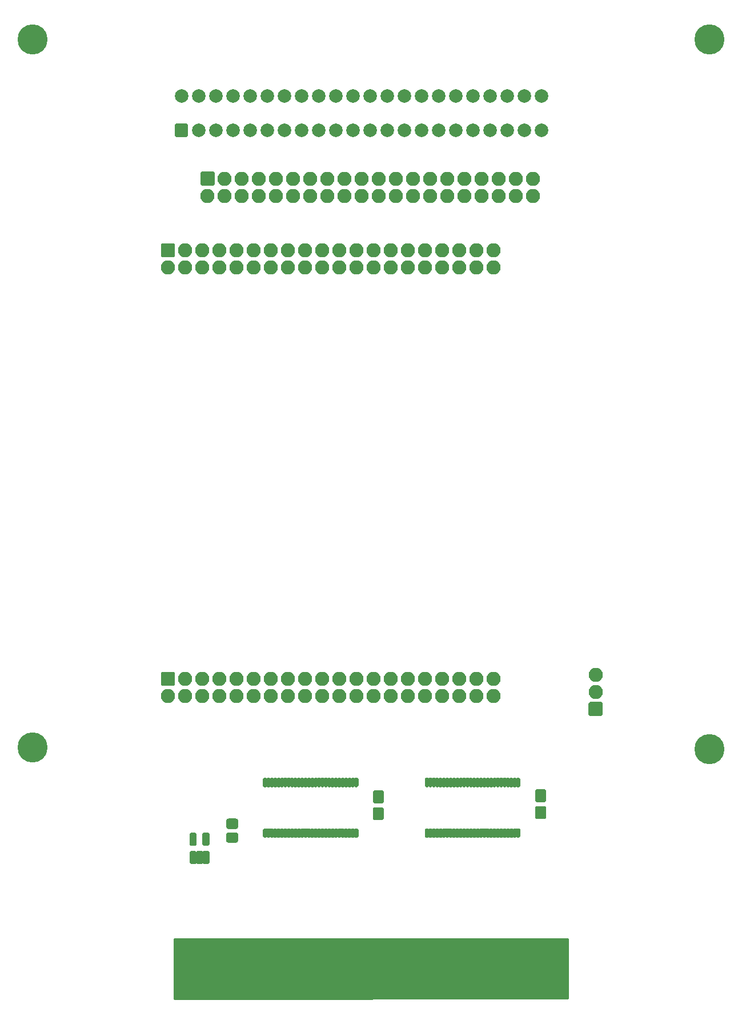
<source format=gbr>
%TF.GenerationSoftware,KiCad,Pcbnew,(5.1.9)-1*%
%TF.CreationDate,2025-01-23T06:38:53-08:00*%
%TF.ProjectId,RADA3K,52414441-334b-42e6-9b69-6361645f7063,rev?*%
%TF.SameCoordinates,Original*%
%TF.FileFunction,Soldermask,Top*%
%TF.FilePolarity,Negative*%
%FSLAX46Y46*%
G04 Gerber Fmt 4.6, Leading zero omitted, Abs format (unit mm)*
G04 Created by KiCad (PCBNEW (5.1.9)-1) date 2025-01-23 06:38:53*
%MOMM*%
%LPD*%
G01*
G04 APERTURE LIST*
%ADD10O,2.100000X2.100000*%
%ADD11C,2.000000*%
%ADD12C,4.464000*%
%ADD13C,0.254000*%
%ADD14C,0.100000*%
G04 APERTURE END LIST*
D10*
%TO.C,J1*%
X120230900Y-124460000D03*
X120230900Y-127000000D03*
G36*
G01*
X121280900Y-128690000D02*
X121280900Y-130390000D01*
G75*
G02*
X121080900Y-130590000I-200000J0D01*
G01*
X119380900Y-130590000D01*
G75*
G02*
X119180900Y-130390000I0J200000D01*
G01*
X119180900Y-128690000D01*
G75*
G02*
X119380900Y-128490000I200000J0D01*
G01*
X121080900Y-128490000D01*
G75*
G02*
X121280900Y-128690000I0J-200000D01*
G01*
G37*
%TD*%
%TO.C,J4*%
X110960000Y-53500000D03*
X110960000Y-50960000D03*
X108420000Y-53500000D03*
X108420000Y-50960000D03*
X105880000Y-53500000D03*
X105880000Y-50960000D03*
X103340000Y-53500000D03*
X103340000Y-50960000D03*
X100800000Y-53500000D03*
X100800000Y-50960000D03*
X98260000Y-53500000D03*
X98260000Y-50960000D03*
X95720000Y-53500000D03*
X95720000Y-50960000D03*
X93180000Y-53500000D03*
X93180000Y-50960000D03*
X90640000Y-53500000D03*
X90640000Y-50960000D03*
X88100000Y-53500000D03*
X88100000Y-50960000D03*
X85560000Y-53500000D03*
X85560000Y-50960000D03*
X83020000Y-53500000D03*
X83020000Y-50960000D03*
X80480000Y-53500000D03*
X80480000Y-50960000D03*
X77940000Y-53500000D03*
X77940000Y-50960000D03*
X75400000Y-53500000D03*
X75400000Y-50960000D03*
X72860000Y-53500000D03*
X72860000Y-50960000D03*
X70320000Y-53500000D03*
X70320000Y-50960000D03*
X67780000Y-53500000D03*
X67780000Y-50960000D03*
X65240000Y-53500000D03*
X65240000Y-50960000D03*
X62700000Y-53500000D03*
G36*
G01*
X63550000Y-52010000D02*
X61850000Y-52010000D01*
G75*
G02*
X61650000Y-51810000I0J200000D01*
G01*
X61650000Y-50110000D01*
G75*
G02*
X61850000Y-49910000I200000J0D01*
G01*
X63550000Y-49910000D01*
G75*
G02*
X63750000Y-50110000I0J-200000D01*
G01*
X63750000Y-51810000D01*
G75*
G02*
X63550000Y-52010000I-200000J0D01*
G01*
G37*
%TD*%
D11*
%TO.C,J5*%
X112166400Y-38722300D03*
X109626400Y-38722300D03*
X107086400Y-38722300D03*
X104546400Y-38722300D03*
X102006400Y-38722300D03*
X99466400Y-38722300D03*
X96926400Y-38722300D03*
X94386400Y-38722300D03*
X91846400Y-38722300D03*
X89306400Y-38722300D03*
X86766400Y-38722300D03*
X84226400Y-38722300D03*
X81686400Y-38722300D03*
X79146400Y-38722300D03*
X76606400Y-38722300D03*
X74066400Y-38722300D03*
X71526400Y-38722300D03*
X68986400Y-38722300D03*
X66446400Y-38722300D03*
X63906400Y-38722300D03*
X61366400Y-38722300D03*
X58826400Y-38722300D03*
X112166400Y-43802300D03*
X109626400Y-43802300D03*
X107086400Y-43802300D03*
X104546400Y-43802300D03*
X102006400Y-43802300D03*
X99466400Y-43802300D03*
X96926400Y-43802300D03*
X94386400Y-43802300D03*
X91846400Y-43802300D03*
X89306400Y-43802300D03*
X86766400Y-43802300D03*
X84226400Y-43802300D03*
X81686400Y-43802300D03*
X79146400Y-43802300D03*
X76606400Y-43802300D03*
X74066400Y-43802300D03*
X71526400Y-43802300D03*
X68986400Y-43802300D03*
X66446400Y-43802300D03*
X63906400Y-43802300D03*
G36*
G01*
X57826400Y-44602300D02*
X57826400Y-43002300D01*
G75*
G02*
X58026400Y-42802300I200000J0D01*
G01*
X59626400Y-42802300D01*
G75*
G02*
X59826400Y-43002300I0J-200000D01*
G01*
X59826400Y-44602300D01*
G75*
G02*
X59626400Y-44802300I-200000J0D01*
G01*
X58026400Y-44802300D01*
G75*
G02*
X57826400Y-44602300I0J200000D01*
G01*
G37*
X61366400Y-43802300D03*
%TD*%
%TO.C,C3*%
G36*
G01*
X112702500Y-145837000D02*
X111452500Y-145837000D01*
G75*
G02*
X111252500Y-145637000I0J200000D01*
G01*
X111252500Y-144137000D01*
G75*
G02*
X111452500Y-143937000I200000J0D01*
G01*
X112702500Y-143937000D01*
G75*
G02*
X112902500Y-144137000I0J-200000D01*
G01*
X112902500Y-145637000D01*
G75*
G02*
X112702500Y-145837000I-200000J0D01*
G01*
G37*
G36*
G01*
X112702500Y-143337000D02*
X111452500Y-143337000D01*
G75*
G02*
X111252500Y-143137000I0J200000D01*
G01*
X111252500Y-141637000D01*
G75*
G02*
X111452500Y-141437000I200000J0D01*
G01*
X112702500Y-141437000D01*
G75*
G02*
X112902500Y-141637000I0J-200000D01*
G01*
X112902500Y-143137000D01*
G75*
G02*
X112702500Y-143337000I-200000J0D01*
G01*
G37*
%TD*%
%TO.C,C2*%
G36*
G01*
X88636000Y-146002100D02*
X87386000Y-146002100D01*
G75*
G02*
X87186000Y-145802100I0J200000D01*
G01*
X87186000Y-144302100D01*
G75*
G02*
X87386000Y-144102100I200000J0D01*
G01*
X88636000Y-144102100D01*
G75*
G02*
X88836000Y-144302100I0J-200000D01*
G01*
X88836000Y-145802100D01*
G75*
G02*
X88636000Y-146002100I-200000J0D01*
G01*
G37*
G36*
G01*
X88636000Y-143502100D02*
X87386000Y-143502100D01*
G75*
G02*
X87186000Y-143302100I0J200000D01*
G01*
X87186000Y-141802100D01*
G75*
G02*
X87386000Y-141602100I200000J0D01*
G01*
X88636000Y-141602100D01*
G75*
G02*
X88836000Y-141802100I0J-200000D01*
G01*
X88836000Y-143302100D01*
G75*
G02*
X88636000Y-143502100I-200000J0D01*
G01*
G37*
%TD*%
D10*
%TO.C,J3*%
X105086400Y-64122300D03*
X105086400Y-61582300D03*
X102546400Y-64122300D03*
X102546400Y-61582300D03*
X100006400Y-64122300D03*
X100006400Y-61582300D03*
X97466400Y-64122300D03*
X97466400Y-61582300D03*
X94926400Y-64122300D03*
X94926400Y-61582300D03*
X92386400Y-64122300D03*
X92386400Y-61582300D03*
X89846400Y-64122300D03*
X89846400Y-61582300D03*
X87306400Y-64122300D03*
X87306400Y-61582300D03*
X84766400Y-64122300D03*
X84766400Y-61582300D03*
X82226400Y-64122300D03*
X82226400Y-61582300D03*
X79686400Y-64122300D03*
X79686400Y-61582300D03*
X77146400Y-64122300D03*
X77146400Y-61582300D03*
X74606400Y-64122300D03*
X74606400Y-61582300D03*
X72066400Y-64122300D03*
X72066400Y-61582300D03*
X69526400Y-64122300D03*
X69526400Y-61582300D03*
X66986400Y-64122300D03*
X66986400Y-61582300D03*
X64446400Y-64122300D03*
X64446400Y-61582300D03*
X61906400Y-64122300D03*
X61906400Y-61582300D03*
X59366400Y-64122300D03*
X59366400Y-61582300D03*
X56826400Y-64122300D03*
G36*
G01*
X57676400Y-62632300D02*
X55976400Y-62632300D01*
G75*
G02*
X55776400Y-62432300I0J200000D01*
G01*
X55776400Y-60732300D01*
G75*
G02*
X55976400Y-60532300I200000J0D01*
G01*
X57676400Y-60532300D01*
G75*
G02*
X57876400Y-60732300I0J-200000D01*
G01*
X57876400Y-62432300D01*
G75*
G02*
X57676400Y-62632300I-200000J0D01*
G01*
G37*
%TD*%
%TO.C,J2*%
X105086400Y-127622300D03*
X105086400Y-125082300D03*
X102546400Y-127622300D03*
X102546400Y-125082300D03*
X100006400Y-127622300D03*
X100006400Y-125082300D03*
X97466400Y-127622300D03*
X97466400Y-125082300D03*
X94926400Y-127622300D03*
X94926400Y-125082300D03*
X92386400Y-127622300D03*
X92386400Y-125082300D03*
X89846400Y-127622300D03*
X89846400Y-125082300D03*
X87306400Y-127622300D03*
X87306400Y-125082300D03*
X84766400Y-127622300D03*
X84766400Y-125082300D03*
X82226400Y-127622300D03*
X82226400Y-125082300D03*
X79686400Y-127622300D03*
X79686400Y-125082300D03*
X77146400Y-127622300D03*
X77146400Y-125082300D03*
X74606400Y-127622300D03*
X74606400Y-125082300D03*
X72066400Y-127622300D03*
X72066400Y-125082300D03*
X69526400Y-127622300D03*
X69526400Y-125082300D03*
X66986400Y-127622300D03*
X66986400Y-125082300D03*
X64446400Y-127622300D03*
X64446400Y-125082300D03*
X61906400Y-127622300D03*
X61906400Y-125082300D03*
X59366400Y-127622300D03*
X59366400Y-125082300D03*
X56826400Y-127622300D03*
G36*
G01*
X57676400Y-126132300D02*
X55976400Y-126132300D01*
G75*
G02*
X55776400Y-125932300I0J200000D01*
G01*
X55776400Y-124232300D01*
G75*
G02*
X55976400Y-124032300I200000J0D01*
G01*
X57676400Y-124032300D01*
G75*
G02*
X57876400Y-124232300I0J-200000D01*
G01*
X57876400Y-125932300D01*
G75*
G02*
X57676400Y-126132300I-200000J0D01*
G01*
G37*
%TD*%
D12*
%TO.C,GND*%
X137063972Y-135496300D03*
%TD*%
%TO.C,GND*%
X36791900Y-135242300D03*
%TD*%
%TO.C,GND*%
X137063972Y-30314900D03*
%TD*%
%TO.C,GND*%
X36791900Y-30314900D03*
%TD*%
%TO.C,U1*%
G36*
G01*
X60893800Y-152532900D02*
X60243800Y-152532900D01*
G75*
G02*
X60043800Y-152332900I0J200000D01*
G01*
X60043800Y-150772900D01*
G75*
G02*
X60243800Y-150572900I200000J0D01*
G01*
X60893800Y-150572900D01*
G75*
G02*
X61093800Y-150772900I0J-200000D01*
G01*
X61093800Y-152332900D01*
G75*
G02*
X60893800Y-152532900I-200000J0D01*
G01*
G37*
G36*
G01*
X61843800Y-152532900D02*
X61193800Y-152532900D01*
G75*
G02*
X60993800Y-152332900I0J200000D01*
G01*
X60993800Y-150772900D01*
G75*
G02*
X61193800Y-150572900I200000J0D01*
G01*
X61843800Y-150572900D01*
G75*
G02*
X62043800Y-150772900I0J-200000D01*
G01*
X62043800Y-152332900D01*
G75*
G02*
X61843800Y-152532900I-200000J0D01*
G01*
G37*
G36*
G01*
X62793800Y-152532900D02*
X62143800Y-152532900D01*
G75*
G02*
X61943800Y-152332900I0J200000D01*
G01*
X61943800Y-150772900D01*
G75*
G02*
X62143800Y-150572900I200000J0D01*
G01*
X62793800Y-150572900D01*
G75*
G02*
X62993800Y-150772900I0J-200000D01*
G01*
X62993800Y-152332900D01*
G75*
G02*
X62793800Y-152532900I-200000J0D01*
G01*
G37*
G36*
G01*
X62793800Y-149832900D02*
X62143800Y-149832900D01*
G75*
G02*
X61943800Y-149632900I0J200000D01*
G01*
X61943800Y-148072900D01*
G75*
G02*
X62143800Y-147872900I200000J0D01*
G01*
X62793800Y-147872900D01*
G75*
G02*
X62993800Y-148072900I0J-200000D01*
G01*
X62993800Y-149632900D01*
G75*
G02*
X62793800Y-149832900I-200000J0D01*
G01*
G37*
G36*
G01*
X60893800Y-149832900D02*
X60243800Y-149832900D01*
G75*
G02*
X60043800Y-149632900I0J200000D01*
G01*
X60043800Y-148072900D01*
G75*
G02*
X60243800Y-147872900I200000J0D01*
G01*
X60893800Y-147872900D01*
G75*
G02*
X61093800Y-148072900I0J-200000D01*
G01*
X61093800Y-149632900D01*
G75*
G02*
X60893800Y-149832900I-200000J0D01*
G01*
G37*
%TD*%
%TO.C,U2*%
G36*
G01*
X71378901Y-141133100D02*
X71093899Y-141133100D01*
G75*
G02*
X70893900Y-140933101I0J199999D01*
G01*
X70893900Y-139933099D01*
G75*
G02*
X71093899Y-139733100I199999J0D01*
G01*
X71378901Y-139733100D01*
G75*
G02*
X71578900Y-139933099I0J-199999D01*
G01*
X71578900Y-140933101D01*
G75*
G02*
X71378901Y-141133100I-199999J0D01*
G01*
G37*
G36*
G01*
X71878901Y-141133100D02*
X71593899Y-141133100D01*
G75*
G02*
X71393900Y-140933101I0J199999D01*
G01*
X71393900Y-139933099D01*
G75*
G02*
X71593899Y-139733100I199999J0D01*
G01*
X71878901Y-139733100D01*
G75*
G02*
X72078900Y-139933099I0J-199999D01*
G01*
X72078900Y-140933101D01*
G75*
G02*
X71878901Y-141133100I-199999J0D01*
G01*
G37*
G36*
G01*
X72378901Y-141133100D02*
X72093899Y-141133100D01*
G75*
G02*
X71893900Y-140933101I0J199999D01*
G01*
X71893900Y-139933099D01*
G75*
G02*
X72093899Y-139733100I199999J0D01*
G01*
X72378901Y-139733100D01*
G75*
G02*
X72578900Y-139933099I0J-199999D01*
G01*
X72578900Y-140933101D01*
G75*
G02*
X72378901Y-141133100I-199999J0D01*
G01*
G37*
G36*
G01*
X72878901Y-141133100D02*
X72593899Y-141133100D01*
G75*
G02*
X72393900Y-140933101I0J199999D01*
G01*
X72393900Y-139933099D01*
G75*
G02*
X72593899Y-139733100I199999J0D01*
G01*
X72878901Y-139733100D01*
G75*
G02*
X73078900Y-139933099I0J-199999D01*
G01*
X73078900Y-140933101D01*
G75*
G02*
X72878901Y-141133100I-199999J0D01*
G01*
G37*
G36*
G01*
X73378901Y-141133100D02*
X73093899Y-141133100D01*
G75*
G02*
X72893900Y-140933101I0J199999D01*
G01*
X72893900Y-139933099D01*
G75*
G02*
X73093899Y-139733100I199999J0D01*
G01*
X73378901Y-139733100D01*
G75*
G02*
X73578900Y-139933099I0J-199999D01*
G01*
X73578900Y-140933101D01*
G75*
G02*
X73378901Y-141133100I-199999J0D01*
G01*
G37*
G36*
G01*
X73878901Y-141133100D02*
X73593899Y-141133100D01*
G75*
G02*
X73393900Y-140933101I0J199999D01*
G01*
X73393900Y-139933099D01*
G75*
G02*
X73593899Y-139733100I199999J0D01*
G01*
X73878901Y-139733100D01*
G75*
G02*
X74078900Y-139933099I0J-199999D01*
G01*
X74078900Y-140933101D01*
G75*
G02*
X73878901Y-141133100I-199999J0D01*
G01*
G37*
G36*
G01*
X74378901Y-141133100D02*
X74093899Y-141133100D01*
G75*
G02*
X73893900Y-140933101I0J199999D01*
G01*
X73893900Y-139933099D01*
G75*
G02*
X74093899Y-139733100I199999J0D01*
G01*
X74378901Y-139733100D01*
G75*
G02*
X74578900Y-139933099I0J-199999D01*
G01*
X74578900Y-140933101D01*
G75*
G02*
X74378901Y-141133100I-199999J0D01*
G01*
G37*
G36*
G01*
X74878901Y-141133100D02*
X74593899Y-141133100D01*
G75*
G02*
X74393900Y-140933101I0J199999D01*
G01*
X74393900Y-139933099D01*
G75*
G02*
X74593899Y-139733100I199999J0D01*
G01*
X74878901Y-139733100D01*
G75*
G02*
X75078900Y-139933099I0J-199999D01*
G01*
X75078900Y-140933101D01*
G75*
G02*
X74878901Y-141133100I-199999J0D01*
G01*
G37*
G36*
G01*
X75378901Y-141133100D02*
X75093899Y-141133100D01*
G75*
G02*
X74893900Y-140933101I0J199999D01*
G01*
X74893900Y-139933099D01*
G75*
G02*
X75093899Y-139733100I199999J0D01*
G01*
X75378901Y-139733100D01*
G75*
G02*
X75578900Y-139933099I0J-199999D01*
G01*
X75578900Y-140933101D01*
G75*
G02*
X75378901Y-141133100I-199999J0D01*
G01*
G37*
G36*
G01*
X75878901Y-141133100D02*
X75593899Y-141133100D01*
G75*
G02*
X75393900Y-140933101I0J199999D01*
G01*
X75393900Y-139933099D01*
G75*
G02*
X75593899Y-139733100I199999J0D01*
G01*
X75878901Y-139733100D01*
G75*
G02*
X76078900Y-139933099I0J-199999D01*
G01*
X76078900Y-140933101D01*
G75*
G02*
X75878901Y-141133100I-199999J0D01*
G01*
G37*
G36*
G01*
X76378901Y-141133100D02*
X76093899Y-141133100D01*
G75*
G02*
X75893900Y-140933101I0J199999D01*
G01*
X75893900Y-139933099D01*
G75*
G02*
X76093899Y-139733100I199999J0D01*
G01*
X76378901Y-139733100D01*
G75*
G02*
X76578900Y-139933099I0J-199999D01*
G01*
X76578900Y-140933101D01*
G75*
G02*
X76378901Y-141133100I-199999J0D01*
G01*
G37*
G36*
G01*
X76878901Y-141133100D02*
X76593899Y-141133100D01*
G75*
G02*
X76393900Y-140933101I0J199999D01*
G01*
X76393900Y-139933099D01*
G75*
G02*
X76593899Y-139733100I199999J0D01*
G01*
X76878901Y-139733100D01*
G75*
G02*
X77078900Y-139933099I0J-199999D01*
G01*
X77078900Y-140933101D01*
G75*
G02*
X76878901Y-141133100I-199999J0D01*
G01*
G37*
G36*
G01*
X77378901Y-141133100D02*
X77093899Y-141133100D01*
G75*
G02*
X76893900Y-140933101I0J199999D01*
G01*
X76893900Y-139933099D01*
G75*
G02*
X77093899Y-139733100I199999J0D01*
G01*
X77378901Y-139733100D01*
G75*
G02*
X77578900Y-139933099I0J-199999D01*
G01*
X77578900Y-140933101D01*
G75*
G02*
X77378901Y-141133100I-199999J0D01*
G01*
G37*
G36*
G01*
X77878901Y-141133100D02*
X77593899Y-141133100D01*
G75*
G02*
X77393900Y-140933101I0J199999D01*
G01*
X77393900Y-139933099D01*
G75*
G02*
X77593899Y-139733100I199999J0D01*
G01*
X77878901Y-139733100D01*
G75*
G02*
X78078900Y-139933099I0J-199999D01*
G01*
X78078900Y-140933101D01*
G75*
G02*
X77878901Y-141133100I-199999J0D01*
G01*
G37*
G36*
G01*
X78378901Y-141133100D02*
X78093899Y-141133100D01*
G75*
G02*
X77893900Y-140933101I0J199999D01*
G01*
X77893900Y-139933099D01*
G75*
G02*
X78093899Y-139733100I199999J0D01*
G01*
X78378901Y-139733100D01*
G75*
G02*
X78578900Y-139933099I0J-199999D01*
G01*
X78578900Y-140933101D01*
G75*
G02*
X78378901Y-141133100I-199999J0D01*
G01*
G37*
G36*
G01*
X78878901Y-141133100D02*
X78593899Y-141133100D01*
G75*
G02*
X78393900Y-140933101I0J199999D01*
G01*
X78393900Y-139933099D01*
G75*
G02*
X78593899Y-139733100I199999J0D01*
G01*
X78878901Y-139733100D01*
G75*
G02*
X79078900Y-139933099I0J-199999D01*
G01*
X79078900Y-140933101D01*
G75*
G02*
X78878901Y-141133100I-199999J0D01*
G01*
G37*
G36*
G01*
X79378901Y-141133100D02*
X79093899Y-141133100D01*
G75*
G02*
X78893900Y-140933101I0J199999D01*
G01*
X78893900Y-139933099D01*
G75*
G02*
X79093899Y-139733100I199999J0D01*
G01*
X79378901Y-139733100D01*
G75*
G02*
X79578900Y-139933099I0J-199999D01*
G01*
X79578900Y-140933101D01*
G75*
G02*
X79378901Y-141133100I-199999J0D01*
G01*
G37*
G36*
G01*
X79878901Y-141133100D02*
X79593899Y-141133100D01*
G75*
G02*
X79393900Y-140933101I0J199999D01*
G01*
X79393900Y-139933099D01*
G75*
G02*
X79593899Y-139733100I199999J0D01*
G01*
X79878901Y-139733100D01*
G75*
G02*
X80078900Y-139933099I0J-199999D01*
G01*
X80078900Y-140933101D01*
G75*
G02*
X79878901Y-141133100I-199999J0D01*
G01*
G37*
G36*
G01*
X80378901Y-141133100D02*
X80093899Y-141133100D01*
G75*
G02*
X79893900Y-140933101I0J199999D01*
G01*
X79893900Y-139933099D01*
G75*
G02*
X80093899Y-139733100I199999J0D01*
G01*
X80378901Y-139733100D01*
G75*
G02*
X80578900Y-139933099I0J-199999D01*
G01*
X80578900Y-140933101D01*
G75*
G02*
X80378901Y-141133100I-199999J0D01*
G01*
G37*
G36*
G01*
X80878901Y-141133100D02*
X80593899Y-141133100D01*
G75*
G02*
X80393900Y-140933101I0J199999D01*
G01*
X80393900Y-139933099D01*
G75*
G02*
X80593899Y-139733100I199999J0D01*
G01*
X80878901Y-139733100D01*
G75*
G02*
X81078900Y-139933099I0J-199999D01*
G01*
X81078900Y-140933101D01*
G75*
G02*
X80878901Y-141133100I-199999J0D01*
G01*
G37*
G36*
G01*
X81378901Y-141133100D02*
X81093899Y-141133100D01*
G75*
G02*
X80893900Y-140933101I0J199999D01*
G01*
X80893900Y-139933099D01*
G75*
G02*
X81093899Y-139733100I199999J0D01*
G01*
X81378901Y-139733100D01*
G75*
G02*
X81578900Y-139933099I0J-199999D01*
G01*
X81578900Y-140933101D01*
G75*
G02*
X81378901Y-141133100I-199999J0D01*
G01*
G37*
G36*
G01*
X81878901Y-141133100D02*
X81593899Y-141133100D01*
G75*
G02*
X81393900Y-140933101I0J199999D01*
G01*
X81393900Y-139933099D01*
G75*
G02*
X81593899Y-139733100I199999J0D01*
G01*
X81878901Y-139733100D01*
G75*
G02*
X82078900Y-139933099I0J-199999D01*
G01*
X82078900Y-140933101D01*
G75*
G02*
X81878901Y-141133100I-199999J0D01*
G01*
G37*
G36*
G01*
X82378901Y-141133100D02*
X82093899Y-141133100D01*
G75*
G02*
X81893900Y-140933101I0J199999D01*
G01*
X81893900Y-139933099D01*
G75*
G02*
X82093899Y-139733100I199999J0D01*
G01*
X82378901Y-139733100D01*
G75*
G02*
X82578900Y-139933099I0J-199999D01*
G01*
X82578900Y-140933101D01*
G75*
G02*
X82378901Y-141133100I-199999J0D01*
G01*
G37*
G36*
G01*
X82878901Y-141133100D02*
X82593899Y-141133100D01*
G75*
G02*
X82393900Y-140933101I0J199999D01*
G01*
X82393900Y-139933099D01*
G75*
G02*
X82593899Y-139733100I199999J0D01*
G01*
X82878901Y-139733100D01*
G75*
G02*
X83078900Y-139933099I0J-199999D01*
G01*
X83078900Y-140933101D01*
G75*
G02*
X82878901Y-141133100I-199999J0D01*
G01*
G37*
G36*
G01*
X83378901Y-141133100D02*
X83093899Y-141133100D01*
G75*
G02*
X82893900Y-140933101I0J199999D01*
G01*
X82893900Y-139933099D01*
G75*
G02*
X83093899Y-139733100I199999J0D01*
G01*
X83378901Y-139733100D01*
G75*
G02*
X83578900Y-139933099I0J-199999D01*
G01*
X83578900Y-140933101D01*
G75*
G02*
X83378901Y-141133100I-199999J0D01*
G01*
G37*
G36*
G01*
X83878901Y-141133100D02*
X83593899Y-141133100D01*
G75*
G02*
X83393900Y-140933101I0J199999D01*
G01*
X83393900Y-139933099D01*
G75*
G02*
X83593899Y-139733100I199999J0D01*
G01*
X83878901Y-139733100D01*
G75*
G02*
X84078900Y-139933099I0J-199999D01*
G01*
X84078900Y-140933101D01*
G75*
G02*
X83878901Y-141133100I-199999J0D01*
G01*
G37*
G36*
G01*
X84378901Y-141133100D02*
X84093899Y-141133100D01*
G75*
G02*
X83893900Y-140933101I0J199999D01*
G01*
X83893900Y-139933099D01*
G75*
G02*
X84093899Y-139733100I199999J0D01*
G01*
X84378901Y-139733100D01*
G75*
G02*
X84578900Y-139933099I0J-199999D01*
G01*
X84578900Y-140933101D01*
G75*
G02*
X84378901Y-141133100I-199999J0D01*
G01*
G37*
G36*
G01*
X84878901Y-141133100D02*
X84593899Y-141133100D01*
G75*
G02*
X84393900Y-140933101I0J199999D01*
G01*
X84393900Y-139933099D01*
G75*
G02*
X84593899Y-139733100I199999J0D01*
G01*
X84878901Y-139733100D01*
G75*
G02*
X85078900Y-139933099I0J-199999D01*
G01*
X85078900Y-140933101D01*
G75*
G02*
X84878901Y-141133100I-199999J0D01*
G01*
G37*
G36*
G01*
X84878901Y-148633100D02*
X84593899Y-148633100D01*
G75*
G02*
X84393900Y-148433101I0J199999D01*
G01*
X84393900Y-147433099D01*
G75*
G02*
X84593899Y-147233100I199999J0D01*
G01*
X84878901Y-147233100D01*
G75*
G02*
X85078900Y-147433099I0J-199999D01*
G01*
X85078900Y-148433101D01*
G75*
G02*
X84878901Y-148633100I-199999J0D01*
G01*
G37*
G36*
G01*
X84378901Y-148633100D02*
X84093899Y-148633100D01*
G75*
G02*
X83893900Y-148433101I0J199999D01*
G01*
X83893900Y-147433099D01*
G75*
G02*
X84093899Y-147233100I199999J0D01*
G01*
X84378901Y-147233100D01*
G75*
G02*
X84578900Y-147433099I0J-199999D01*
G01*
X84578900Y-148433101D01*
G75*
G02*
X84378901Y-148633100I-199999J0D01*
G01*
G37*
G36*
G01*
X83878901Y-148633100D02*
X83593899Y-148633100D01*
G75*
G02*
X83393900Y-148433101I0J199999D01*
G01*
X83393900Y-147433099D01*
G75*
G02*
X83593899Y-147233100I199999J0D01*
G01*
X83878901Y-147233100D01*
G75*
G02*
X84078900Y-147433099I0J-199999D01*
G01*
X84078900Y-148433101D01*
G75*
G02*
X83878901Y-148633100I-199999J0D01*
G01*
G37*
G36*
G01*
X83378901Y-148633100D02*
X83093899Y-148633100D01*
G75*
G02*
X82893900Y-148433101I0J199999D01*
G01*
X82893900Y-147433099D01*
G75*
G02*
X83093899Y-147233100I199999J0D01*
G01*
X83378901Y-147233100D01*
G75*
G02*
X83578900Y-147433099I0J-199999D01*
G01*
X83578900Y-148433101D01*
G75*
G02*
X83378901Y-148633100I-199999J0D01*
G01*
G37*
G36*
G01*
X82878901Y-148633100D02*
X82593899Y-148633100D01*
G75*
G02*
X82393900Y-148433101I0J199999D01*
G01*
X82393900Y-147433099D01*
G75*
G02*
X82593899Y-147233100I199999J0D01*
G01*
X82878901Y-147233100D01*
G75*
G02*
X83078900Y-147433099I0J-199999D01*
G01*
X83078900Y-148433101D01*
G75*
G02*
X82878901Y-148633100I-199999J0D01*
G01*
G37*
G36*
G01*
X82378901Y-148633100D02*
X82093899Y-148633100D01*
G75*
G02*
X81893900Y-148433101I0J199999D01*
G01*
X81893900Y-147433099D01*
G75*
G02*
X82093899Y-147233100I199999J0D01*
G01*
X82378901Y-147233100D01*
G75*
G02*
X82578900Y-147433099I0J-199999D01*
G01*
X82578900Y-148433101D01*
G75*
G02*
X82378901Y-148633100I-199999J0D01*
G01*
G37*
G36*
G01*
X81878901Y-148633100D02*
X81593899Y-148633100D01*
G75*
G02*
X81393900Y-148433101I0J199999D01*
G01*
X81393900Y-147433099D01*
G75*
G02*
X81593899Y-147233100I199999J0D01*
G01*
X81878901Y-147233100D01*
G75*
G02*
X82078900Y-147433099I0J-199999D01*
G01*
X82078900Y-148433101D01*
G75*
G02*
X81878901Y-148633100I-199999J0D01*
G01*
G37*
G36*
G01*
X81378901Y-148633100D02*
X81093899Y-148633100D01*
G75*
G02*
X80893900Y-148433101I0J199999D01*
G01*
X80893900Y-147433099D01*
G75*
G02*
X81093899Y-147233100I199999J0D01*
G01*
X81378901Y-147233100D01*
G75*
G02*
X81578900Y-147433099I0J-199999D01*
G01*
X81578900Y-148433101D01*
G75*
G02*
X81378901Y-148633100I-199999J0D01*
G01*
G37*
G36*
G01*
X80878901Y-148633100D02*
X80593899Y-148633100D01*
G75*
G02*
X80393900Y-148433101I0J199999D01*
G01*
X80393900Y-147433099D01*
G75*
G02*
X80593899Y-147233100I199999J0D01*
G01*
X80878901Y-147233100D01*
G75*
G02*
X81078900Y-147433099I0J-199999D01*
G01*
X81078900Y-148433101D01*
G75*
G02*
X80878901Y-148633100I-199999J0D01*
G01*
G37*
G36*
G01*
X80378901Y-148633100D02*
X80093899Y-148633100D01*
G75*
G02*
X79893900Y-148433101I0J199999D01*
G01*
X79893900Y-147433099D01*
G75*
G02*
X80093899Y-147233100I199999J0D01*
G01*
X80378901Y-147233100D01*
G75*
G02*
X80578900Y-147433099I0J-199999D01*
G01*
X80578900Y-148433101D01*
G75*
G02*
X80378901Y-148633100I-199999J0D01*
G01*
G37*
G36*
G01*
X79878901Y-148633100D02*
X79593899Y-148633100D01*
G75*
G02*
X79393900Y-148433101I0J199999D01*
G01*
X79393900Y-147433099D01*
G75*
G02*
X79593899Y-147233100I199999J0D01*
G01*
X79878901Y-147233100D01*
G75*
G02*
X80078900Y-147433099I0J-199999D01*
G01*
X80078900Y-148433101D01*
G75*
G02*
X79878901Y-148633100I-199999J0D01*
G01*
G37*
G36*
G01*
X79378901Y-148633100D02*
X79093899Y-148633100D01*
G75*
G02*
X78893900Y-148433101I0J199999D01*
G01*
X78893900Y-147433099D01*
G75*
G02*
X79093899Y-147233100I199999J0D01*
G01*
X79378901Y-147233100D01*
G75*
G02*
X79578900Y-147433099I0J-199999D01*
G01*
X79578900Y-148433101D01*
G75*
G02*
X79378901Y-148633100I-199999J0D01*
G01*
G37*
G36*
G01*
X78878901Y-148633100D02*
X78593899Y-148633100D01*
G75*
G02*
X78393900Y-148433101I0J199999D01*
G01*
X78393900Y-147433099D01*
G75*
G02*
X78593899Y-147233100I199999J0D01*
G01*
X78878901Y-147233100D01*
G75*
G02*
X79078900Y-147433099I0J-199999D01*
G01*
X79078900Y-148433101D01*
G75*
G02*
X78878901Y-148633100I-199999J0D01*
G01*
G37*
G36*
G01*
X78378901Y-148633100D02*
X78093899Y-148633100D01*
G75*
G02*
X77893900Y-148433101I0J199999D01*
G01*
X77893900Y-147433099D01*
G75*
G02*
X78093899Y-147233100I199999J0D01*
G01*
X78378901Y-147233100D01*
G75*
G02*
X78578900Y-147433099I0J-199999D01*
G01*
X78578900Y-148433101D01*
G75*
G02*
X78378901Y-148633100I-199999J0D01*
G01*
G37*
G36*
G01*
X77878901Y-148633100D02*
X77593899Y-148633100D01*
G75*
G02*
X77393900Y-148433101I0J199999D01*
G01*
X77393900Y-147433099D01*
G75*
G02*
X77593899Y-147233100I199999J0D01*
G01*
X77878901Y-147233100D01*
G75*
G02*
X78078900Y-147433099I0J-199999D01*
G01*
X78078900Y-148433101D01*
G75*
G02*
X77878901Y-148633100I-199999J0D01*
G01*
G37*
G36*
G01*
X77378901Y-148633100D02*
X77093899Y-148633100D01*
G75*
G02*
X76893900Y-148433101I0J199999D01*
G01*
X76893900Y-147433099D01*
G75*
G02*
X77093899Y-147233100I199999J0D01*
G01*
X77378901Y-147233100D01*
G75*
G02*
X77578900Y-147433099I0J-199999D01*
G01*
X77578900Y-148433101D01*
G75*
G02*
X77378901Y-148633100I-199999J0D01*
G01*
G37*
G36*
G01*
X76878901Y-148633100D02*
X76593899Y-148633100D01*
G75*
G02*
X76393900Y-148433101I0J199999D01*
G01*
X76393900Y-147433099D01*
G75*
G02*
X76593899Y-147233100I199999J0D01*
G01*
X76878901Y-147233100D01*
G75*
G02*
X77078900Y-147433099I0J-199999D01*
G01*
X77078900Y-148433101D01*
G75*
G02*
X76878901Y-148633100I-199999J0D01*
G01*
G37*
G36*
G01*
X76378901Y-148633100D02*
X76093899Y-148633100D01*
G75*
G02*
X75893900Y-148433101I0J199999D01*
G01*
X75893900Y-147433099D01*
G75*
G02*
X76093899Y-147233100I199999J0D01*
G01*
X76378901Y-147233100D01*
G75*
G02*
X76578900Y-147433099I0J-199999D01*
G01*
X76578900Y-148433101D01*
G75*
G02*
X76378901Y-148633100I-199999J0D01*
G01*
G37*
G36*
G01*
X75878901Y-148633100D02*
X75593899Y-148633100D01*
G75*
G02*
X75393900Y-148433101I0J199999D01*
G01*
X75393900Y-147433099D01*
G75*
G02*
X75593899Y-147233100I199999J0D01*
G01*
X75878901Y-147233100D01*
G75*
G02*
X76078900Y-147433099I0J-199999D01*
G01*
X76078900Y-148433101D01*
G75*
G02*
X75878901Y-148633100I-199999J0D01*
G01*
G37*
G36*
G01*
X75378901Y-148633100D02*
X75093899Y-148633100D01*
G75*
G02*
X74893900Y-148433101I0J199999D01*
G01*
X74893900Y-147433099D01*
G75*
G02*
X75093899Y-147233100I199999J0D01*
G01*
X75378901Y-147233100D01*
G75*
G02*
X75578900Y-147433099I0J-199999D01*
G01*
X75578900Y-148433101D01*
G75*
G02*
X75378901Y-148633100I-199999J0D01*
G01*
G37*
G36*
G01*
X74878901Y-148633100D02*
X74593899Y-148633100D01*
G75*
G02*
X74393900Y-148433101I0J199999D01*
G01*
X74393900Y-147433099D01*
G75*
G02*
X74593899Y-147233100I199999J0D01*
G01*
X74878901Y-147233100D01*
G75*
G02*
X75078900Y-147433099I0J-199999D01*
G01*
X75078900Y-148433101D01*
G75*
G02*
X74878901Y-148633100I-199999J0D01*
G01*
G37*
G36*
G01*
X74378901Y-148633100D02*
X74093899Y-148633100D01*
G75*
G02*
X73893900Y-148433101I0J199999D01*
G01*
X73893900Y-147433099D01*
G75*
G02*
X74093899Y-147233100I199999J0D01*
G01*
X74378901Y-147233100D01*
G75*
G02*
X74578900Y-147433099I0J-199999D01*
G01*
X74578900Y-148433101D01*
G75*
G02*
X74378901Y-148633100I-199999J0D01*
G01*
G37*
G36*
G01*
X73878901Y-148633100D02*
X73593899Y-148633100D01*
G75*
G02*
X73393900Y-148433101I0J199999D01*
G01*
X73393900Y-147433099D01*
G75*
G02*
X73593899Y-147233100I199999J0D01*
G01*
X73878901Y-147233100D01*
G75*
G02*
X74078900Y-147433099I0J-199999D01*
G01*
X74078900Y-148433101D01*
G75*
G02*
X73878901Y-148633100I-199999J0D01*
G01*
G37*
G36*
G01*
X73378901Y-148633100D02*
X73093899Y-148633100D01*
G75*
G02*
X72893900Y-148433101I0J199999D01*
G01*
X72893900Y-147433099D01*
G75*
G02*
X73093899Y-147233100I199999J0D01*
G01*
X73378901Y-147233100D01*
G75*
G02*
X73578900Y-147433099I0J-199999D01*
G01*
X73578900Y-148433101D01*
G75*
G02*
X73378901Y-148633100I-199999J0D01*
G01*
G37*
G36*
G01*
X72878901Y-148633100D02*
X72593899Y-148633100D01*
G75*
G02*
X72393900Y-148433101I0J199999D01*
G01*
X72393900Y-147433099D01*
G75*
G02*
X72593899Y-147233100I199999J0D01*
G01*
X72878901Y-147233100D01*
G75*
G02*
X73078900Y-147433099I0J-199999D01*
G01*
X73078900Y-148433101D01*
G75*
G02*
X72878901Y-148633100I-199999J0D01*
G01*
G37*
G36*
G01*
X72378901Y-148633100D02*
X72093899Y-148633100D01*
G75*
G02*
X71893900Y-148433101I0J199999D01*
G01*
X71893900Y-147433099D01*
G75*
G02*
X72093899Y-147233100I199999J0D01*
G01*
X72378901Y-147233100D01*
G75*
G02*
X72578900Y-147433099I0J-199999D01*
G01*
X72578900Y-148433101D01*
G75*
G02*
X72378901Y-148633100I-199999J0D01*
G01*
G37*
G36*
G01*
X71878901Y-148633100D02*
X71593899Y-148633100D01*
G75*
G02*
X71393900Y-148433101I0J199999D01*
G01*
X71393900Y-147433099D01*
G75*
G02*
X71593899Y-147233100I199999J0D01*
G01*
X71878901Y-147233100D01*
G75*
G02*
X72078900Y-147433099I0J-199999D01*
G01*
X72078900Y-148433101D01*
G75*
G02*
X71878901Y-148633100I-199999J0D01*
G01*
G37*
G36*
G01*
X71378901Y-148633100D02*
X71093899Y-148633100D01*
G75*
G02*
X70893900Y-148433101I0J199999D01*
G01*
X70893900Y-147433099D01*
G75*
G02*
X71093899Y-147233100I199999J0D01*
G01*
X71378901Y-147233100D01*
G75*
G02*
X71578900Y-147433099I0J-199999D01*
G01*
X71578900Y-148433101D01*
G75*
G02*
X71378901Y-148633100I-199999J0D01*
G01*
G37*
%TD*%
%TO.C,U3*%
G36*
G01*
X95378901Y-141133100D02*
X95093899Y-141133100D01*
G75*
G02*
X94893900Y-140933101I0J199999D01*
G01*
X94893900Y-139933099D01*
G75*
G02*
X95093899Y-139733100I199999J0D01*
G01*
X95378901Y-139733100D01*
G75*
G02*
X95578900Y-139933099I0J-199999D01*
G01*
X95578900Y-140933101D01*
G75*
G02*
X95378901Y-141133100I-199999J0D01*
G01*
G37*
G36*
G01*
X95878901Y-141133100D02*
X95593899Y-141133100D01*
G75*
G02*
X95393900Y-140933101I0J199999D01*
G01*
X95393900Y-139933099D01*
G75*
G02*
X95593899Y-139733100I199999J0D01*
G01*
X95878901Y-139733100D01*
G75*
G02*
X96078900Y-139933099I0J-199999D01*
G01*
X96078900Y-140933101D01*
G75*
G02*
X95878901Y-141133100I-199999J0D01*
G01*
G37*
G36*
G01*
X96378901Y-141133100D02*
X96093899Y-141133100D01*
G75*
G02*
X95893900Y-140933101I0J199999D01*
G01*
X95893900Y-139933099D01*
G75*
G02*
X96093899Y-139733100I199999J0D01*
G01*
X96378901Y-139733100D01*
G75*
G02*
X96578900Y-139933099I0J-199999D01*
G01*
X96578900Y-140933101D01*
G75*
G02*
X96378901Y-141133100I-199999J0D01*
G01*
G37*
G36*
G01*
X96878901Y-141133100D02*
X96593899Y-141133100D01*
G75*
G02*
X96393900Y-140933101I0J199999D01*
G01*
X96393900Y-139933099D01*
G75*
G02*
X96593899Y-139733100I199999J0D01*
G01*
X96878901Y-139733100D01*
G75*
G02*
X97078900Y-139933099I0J-199999D01*
G01*
X97078900Y-140933101D01*
G75*
G02*
X96878901Y-141133100I-199999J0D01*
G01*
G37*
G36*
G01*
X97378901Y-141133100D02*
X97093899Y-141133100D01*
G75*
G02*
X96893900Y-140933101I0J199999D01*
G01*
X96893900Y-139933099D01*
G75*
G02*
X97093899Y-139733100I199999J0D01*
G01*
X97378901Y-139733100D01*
G75*
G02*
X97578900Y-139933099I0J-199999D01*
G01*
X97578900Y-140933101D01*
G75*
G02*
X97378901Y-141133100I-199999J0D01*
G01*
G37*
G36*
G01*
X97878901Y-141133100D02*
X97593899Y-141133100D01*
G75*
G02*
X97393900Y-140933101I0J199999D01*
G01*
X97393900Y-139933099D01*
G75*
G02*
X97593899Y-139733100I199999J0D01*
G01*
X97878901Y-139733100D01*
G75*
G02*
X98078900Y-139933099I0J-199999D01*
G01*
X98078900Y-140933101D01*
G75*
G02*
X97878901Y-141133100I-199999J0D01*
G01*
G37*
G36*
G01*
X98378901Y-141133100D02*
X98093899Y-141133100D01*
G75*
G02*
X97893900Y-140933101I0J199999D01*
G01*
X97893900Y-139933099D01*
G75*
G02*
X98093899Y-139733100I199999J0D01*
G01*
X98378901Y-139733100D01*
G75*
G02*
X98578900Y-139933099I0J-199999D01*
G01*
X98578900Y-140933101D01*
G75*
G02*
X98378901Y-141133100I-199999J0D01*
G01*
G37*
G36*
G01*
X98878901Y-141133100D02*
X98593899Y-141133100D01*
G75*
G02*
X98393900Y-140933101I0J199999D01*
G01*
X98393900Y-139933099D01*
G75*
G02*
X98593899Y-139733100I199999J0D01*
G01*
X98878901Y-139733100D01*
G75*
G02*
X99078900Y-139933099I0J-199999D01*
G01*
X99078900Y-140933101D01*
G75*
G02*
X98878901Y-141133100I-199999J0D01*
G01*
G37*
G36*
G01*
X99378901Y-141133100D02*
X99093899Y-141133100D01*
G75*
G02*
X98893900Y-140933101I0J199999D01*
G01*
X98893900Y-139933099D01*
G75*
G02*
X99093899Y-139733100I199999J0D01*
G01*
X99378901Y-139733100D01*
G75*
G02*
X99578900Y-139933099I0J-199999D01*
G01*
X99578900Y-140933101D01*
G75*
G02*
X99378901Y-141133100I-199999J0D01*
G01*
G37*
G36*
G01*
X99878901Y-141133100D02*
X99593899Y-141133100D01*
G75*
G02*
X99393900Y-140933101I0J199999D01*
G01*
X99393900Y-139933099D01*
G75*
G02*
X99593899Y-139733100I199999J0D01*
G01*
X99878901Y-139733100D01*
G75*
G02*
X100078900Y-139933099I0J-199999D01*
G01*
X100078900Y-140933101D01*
G75*
G02*
X99878901Y-141133100I-199999J0D01*
G01*
G37*
G36*
G01*
X100378901Y-141133100D02*
X100093899Y-141133100D01*
G75*
G02*
X99893900Y-140933101I0J199999D01*
G01*
X99893900Y-139933099D01*
G75*
G02*
X100093899Y-139733100I199999J0D01*
G01*
X100378901Y-139733100D01*
G75*
G02*
X100578900Y-139933099I0J-199999D01*
G01*
X100578900Y-140933101D01*
G75*
G02*
X100378901Y-141133100I-199999J0D01*
G01*
G37*
G36*
G01*
X100878901Y-141133100D02*
X100593899Y-141133100D01*
G75*
G02*
X100393900Y-140933101I0J199999D01*
G01*
X100393900Y-139933099D01*
G75*
G02*
X100593899Y-139733100I199999J0D01*
G01*
X100878901Y-139733100D01*
G75*
G02*
X101078900Y-139933099I0J-199999D01*
G01*
X101078900Y-140933101D01*
G75*
G02*
X100878901Y-141133100I-199999J0D01*
G01*
G37*
G36*
G01*
X101378901Y-141133100D02*
X101093899Y-141133100D01*
G75*
G02*
X100893900Y-140933101I0J199999D01*
G01*
X100893900Y-139933099D01*
G75*
G02*
X101093899Y-139733100I199999J0D01*
G01*
X101378901Y-139733100D01*
G75*
G02*
X101578900Y-139933099I0J-199999D01*
G01*
X101578900Y-140933101D01*
G75*
G02*
X101378901Y-141133100I-199999J0D01*
G01*
G37*
G36*
G01*
X101878901Y-141133100D02*
X101593899Y-141133100D01*
G75*
G02*
X101393900Y-140933101I0J199999D01*
G01*
X101393900Y-139933099D01*
G75*
G02*
X101593899Y-139733100I199999J0D01*
G01*
X101878901Y-139733100D01*
G75*
G02*
X102078900Y-139933099I0J-199999D01*
G01*
X102078900Y-140933101D01*
G75*
G02*
X101878901Y-141133100I-199999J0D01*
G01*
G37*
G36*
G01*
X102378901Y-141133100D02*
X102093899Y-141133100D01*
G75*
G02*
X101893900Y-140933101I0J199999D01*
G01*
X101893900Y-139933099D01*
G75*
G02*
X102093899Y-139733100I199999J0D01*
G01*
X102378901Y-139733100D01*
G75*
G02*
X102578900Y-139933099I0J-199999D01*
G01*
X102578900Y-140933101D01*
G75*
G02*
X102378901Y-141133100I-199999J0D01*
G01*
G37*
G36*
G01*
X102878901Y-141133100D02*
X102593899Y-141133100D01*
G75*
G02*
X102393900Y-140933101I0J199999D01*
G01*
X102393900Y-139933099D01*
G75*
G02*
X102593899Y-139733100I199999J0D01*
G01*
X102878901Y-139733100D01*
G75*
G02*
X103078900Y-139933099I0J-199999D01*
G01*
X103078900Y-140933101D01*
G75*
G02*
X102878901Y-141133100I-199999J0D01*
G01*
G37*
G36*
G01*
X103378901Y-141133100D02*
X103093899Y-141133100D01*
G75*
G02*
X102893900Y-140933101I0J199999D01*
G01*
X102893900Y-139933099D01*
G75*
G02*
X103093899Y-139733100I199999J0D01*
G01*
X103378901Y-139733100D01*
G75*
G02*
X103578900Y-139933099I0J-199999D01*
G01*
X103578900Y-140933101D01*
G75*
G02*
X103378901Y-141133100I-199999J0D01*
G01*
G37*
G36*
G01*
X103878901Y-141133100D02*
X103593899Y-141133100D01*
G75*
G02*
X103393900Y-140933101I0J199999D01*
G01*
X103393900Y-139933099D01*
G75*
G02*
X103593899Y-139733100I199999J0D01*
G01*
X103878901Y-139733100D01*
G75*
G02*
X104078900Y-139933099I0J-199999D01*
G01*
X104078900Y-140933101D01*
G75*
G02*
X103878901Y-141133100I-199999J0D01*
G01*
G37*
G36*
G01*
X104378901Y-141133100D02*
X104093899Y-141133100D01*
G75*
G02*
X103893900Y-140933101I0J199999D01*
G01*
X103893900Y-139933099D01*
G75*
G02*
X104093899Y-139733100I199999J0D01*
G01*
X104378901Y-139733100D01*
G75*
G02*
X104578900Y-139933099I0J-199999D01*
G01*
X104578900Y-140933101D01*
G75*
G02*
X104378901Y-141133100I-199999J0D01*
G01*
G37*
G36*
G01*
X104878901Y-141133100D02*
X104593899Y-141133100D01*
G75*
G02*
X104393900Y-140933101I0J199999D01*
G01*
X104393900Y-139933099D01*
G75*
G02*
X104593899Y-139733100I199999J0D01*
G01*
X104878901Y-139733100D01*
G75*
G02*
X105078900Y-139933099I0J-199999D01*
G01*
X105078900Y-140933101D01*
G75*
G02*
X104878901Y-141133100I-199999J0D01*
G01*
G37*
G36*
G01*
X105378901Y-141133100D02*
X105093899Y-141133100D01*
G75*
G02*
X104893900Y-140933101I0J199999D01*
G01*
X104893900Y-139933099D01*
G75*
G02*
X105093899Y-139733100I199999J0D01*
G01*
X105378901Y-139733100D01*
G75*
G02*
X105578900Y-139933099I0J-199999D01*
G01*
X105578900Y-140933101D01*
G75*
G02*
X105378901Y-141133100I-199999J0D01*
G01*
G37*
G36*
G01*
X105878901Y-141133100D02*
X105593899Y-141133100D01*
G75*
G02*
X105393900Y-140933101I0J199999D01*
G01*
X105393900Y-139933099D01*
G75*
G02*
X105593899Y-139733100I199999J0D01*
G01*
X105878901Y-139733100D01*
G75*
G02*
X106078900Y-139933099I0J-199999D01*
G01*
X106078900Y-140933101D01*
G75*
G02*
X105878901Y-141133100I-199999J0D01*
G01*
G37*
G36*
G01*
X106378901Y-141133100D02*
X106093899Y-141133100D01*
G75*
G02*
X105893900Y-140933101I0J199999D01*
G01*
X105893900Y-139933099D01*
G75*
G02*
X106093899Y-139733100I199999J0D01*
G01*
X106378901Y-139733100D01*
G75*
G02*
X106578900Y-139933099I0J-199999D01*
G01*
X106578900Y-140933101D01*
G75*
G02*
X106378901Y-141133100I-199999J0D01*
G01*
G37*
G36*
G01*
X106878901Y-141133100D02*
X106593899Y-141133100D01*
G75*
G02*
X106393900Y-140933101I0J199999D01*
G01*
X106393900Y-139933099D01*
G75*
G02*
X106593899Y-139733100I199999J0D01*
G01*
X106878901Y-139733100D01*
G75*
G02*
X107078900Y-139933099I0J-199999D01*
G01*
X107078900Y-140933101D01*
G75*
G02*
X106878901Y-141133100I-199999J0D01*
G01*
G37*
G36*
G01*
X107378901Y-141133100D02*
X107093899Y-141133100D01*
G75*
G02*
X106893900Y-140933101I0J199999D01*
G01*
X106893900Y-139933099D01*
G75*
G02*
X107093899Y-139733100I199999J0D01*
G01*
X107378901Y-139733100D01*
G75*
G02*
X107578900Y-139933099I0J-199999D01*
G01*
X107578900Y-140933101D01*
G75*
G02*
X107378901Y-141133100I-199999J0D01*
G01*
G37*
G36*
G01*
X107878901Y-141133100D02*
X107593899Y-141133100D01*
G75*
G02*
X107393900Y-140933101I0J199999D01*
G01*
X107393900Y-139933099D01*
G75*
G02*
X107593899Y-139733100I199999J0D01*
G01*
X107878901Y-139733100D01*
G75*
G02*
X108078900Y-139933099I0J-199999D01*
G01*
X108078900Y-140933101D01*
G75*
G02*
X107878901Y-141133100I-199999J0D01*
G01*
G37*
G36*
G01*
X108378901Y-141133100D02*
X108093899Y-141133100D01*
G75*
G02*
X107893900Y-140933101I0J199999D01*
G01*
X107893900Y-139933099D01*
G75*
G02*
X108093899Y-139733100I199999J0D01*
G01*
X108378901Y-139733100D01*
G75*
G02*
X108578900Y-139933099I0J-199999D01*
G01*
X108578900Y-140933101D01*
G75*
G02*
X108378901Y-141133100I-199999J0D01*
G01*
G37*
G36*
G01*
X108878901Y-141133100D02*
X108593899Y-141133100D01*
G75*
G02*
X108393900Y-140933101I0J199999D01*
G01*
X108393900Y-139933099D01*
G75*
G02*
X108593899Y-139733100I199999J0D01*
G01*
X108878901Y-139733100D01*
G75*
G02*
X109078900Y-139933099I0J-199999D01*
G01*
X109078900Y-140933101D01*
G75*
G02*
X108878901Y-141133100I-199999J0D01*
G01*
G37*
G36*
G01*
X108878901Y-148633100D02*
X108593899Y-148633100D01*
G75*
G02*
X108393900Y-148433101I0J199999D01*
G01*
X108393900Y-147433099D01*
G75*
G02*
X108593899Y-147233100I199999J0D01*
G01*
X108878901Y-147233100D01*
G75*
G02*
X109078900Y-147433099I0J-199999D01*
G01*
X109078900Y-148433101D01*
G75*
G02*
X108878901Y-148633100I-199999J0D01*
G01*
G37*
G36*
G01*
X108378901Y-148633100D02*
X108093899Y-148633100D01*
G75*
G02*
X107893900Y-148433101I0J199999D01*
G01*
X107893900Y-147433099D01*
G75*
G02*
X108093899Y-147233100I199999J0D01*
G01*
X108378901Y-147233100D01*
G75*
G02*
X108578900Y-147433099I0J-199999D01*
G01*
X108578900Y-148433101D01*
G75*
G02*
X108378901Y-148633100I-199999J0D01*
G01*
G37*
G36*
G01*
X107878901Y-148633100D02*
X107593899Y-148633100D01*
G75*
G02*
X107393900Y-148433101I0J199999D01*
G01*
X107393900Y-147433099D01*
G75*
G02*
X107593899Y-147233100I199999J0D01*
G01*
X107878901Y-147233100D01*
G75*
G02*
X108078900Y-147433099I0J-199999D01*
G01*
X108078900Y-148433101D01*
G75*
G02*
X107878901Y-148633100I-199999J0D01*
G01*
G37*
G36*
G01*
X107378901Y-148633100D02*
X107093899Y-148633100D01*
G75*
G02*
X106893900Y-148433101I0J199999D01*
G01*
X106893900Y-147433099D01*
G75*
G02*
X107093899Y-147233100I199999J0D01*
G01*
X107378901Y-147233100D01*
G75*
G02*
X107578900Y-147433099I0J-199999D01*
G01*
X107578900Y-148433101D01*
G75*
G02*
X107378901Y-148633100I-199999J0D01*
G01*
G37*
G36*
G01*
X106878901Y-148633100D02*
X106593899Y-148633100D01*
G75*
G02*
X106393900Y-148433101I0J199999D01*
G01*
X106393900Y-147433099D01*
G75*
G02*
X106593899Y-147233100I199999J0D01*
G01*
X106878901Y-147233100D01*
G75*
G02*
X107078900Y-147433099I0J-199999D01*
G01*
X107078900Y-148433101D01*
G75*
G02*
X106878901Y-148633100I-199999J0D01*
G01*
G37*
G36*
G01*
X106378901Y-148633100D02*
X106093899Y-148633100D01*
G75*
G02*
X105893900Y-148433101I0J199999D01*
G01*
X105893900Y-147433099D01*
G75*
G02*
X106093899Y-147233100I199999J0D01*
G01*
X106378901Y-147233100D01*
G75*
G02*
X106578900Y-147433099I0J-199999D01*
G01*
X106578900Y-148433101D01*
G75*
G02*
X106378901Y-148633100I-199999J0D01*
G01*
G37*
G36*
G01*
X105878901Y-148633100D02*
X105593899Y-148633100D01*
G75*
G02*
X105393900Y-148433101I0J199999D01*
G01*
X105393900Y-147433099D01*
G75*
G02*
X105593899Y-147233100I199999J0D01*
G01*
X105878901Y-147233100D01*
G75*
G02*
X106078900Y-147433099I0J-199999D01*
G01*
X106078900Y-148433101D01*
G75*
G02*
X105878901Y-148633100I-199999J0D01*
G01*
G37*
G36*
G01*
X105378901Y-148633100D02*
X105093899Y-148633100D01*
G75*
G02*
X104893900Y-148433101I0J199999D01*
G01*
X104893900Y-147433099D01*
G75*
G02*
X105093899Y-147233100I199999J0D01*
G01*
X105378901Y-147233100D01*
G75*
G02*
X105578900Y-147433099I0J-199999D01*
G01*
X105578900Y-148433101D01*
G75*
G02*
X105378901Y-148633100I-199999J0D01*
G01*
G37*
G36*
G01*
X104878901Y-148633100D02*
X104593899Y-148633100D01*
G75*
G02*
X104393900Y-148433101I0J199999D01*
G01*
X104393900Y-147433099D01*
G75*
G02*
X104593899Y-147233100I199999J0D01*
G01*
X104878901Y-147233100D01*
G75*
G02*
X105078900Y-147433099I0J-199999D01*
G01*
X105078900Y-148433101D01*
G75*
G02*
X104878901Y-148633100I-199999J0D01*
G01*
G37*
G36*
G01*
X104378901Y-148633100D02*
X104093899Y-148633100D01*
G75*
G02*
X103893900Y-148433101I0J199999D01*
G01*
X103893900Y-147433099D01*
G75*
G02*
X104093899Y-147233100I199999J0D01*
G01*
X104378901Y-147233100D01*
G75*
G02*
X104578900Y-147433099I0J-199999D01*
G01*
X104578900Y-148433101D01*
G75*
G02*
X104378901Y-148633100I-199999J0D01*
G01*
G37*
G36*
G01*
X103878901Y-148633100D02*
X103593899Y-148633100D01*
G75*
G02*
X103393900Y-148433101I0J199999D01*
G01*
X103393900Y-147433099D01*
G75*
G02*
X103593899Y-147233100I199999J0D01*
G01*
X103878901Y-147233100D01*
G75*
G02*
X104078900Y-147433099I0J-199999D01*
G01*
X104078900Y-148433101D01*
G75*
G02*
X103878901Y-148633100I-199999J0D01*
G01*
G37*
G36*
G01*
X103378901Y-148633100D02*
X103093899Y-148633100D01*
G75*
G02*
X102893900Y-148433101I0J199999D01*
G01*
X102893900Y-147433099D01*
G75*
G02*
X103093899Y-147233100I199999J0D01*
G01*
X103378901Y-147233100D01*
G75*
G02*
X103578900Y-147433099I0J-199999D01*
G01*
X103578900Y-148433101D01*
G75*
G02*
X103378901Y-148633100I-199999J0D01*
G01*
G37*
G36*
G01*
X102878901Y-148633100D02*
X102593899Y-148633100D01*
G75*
G02*
X102393900Y-148433101I0J199999D01*
G01*
X102393900Y-147433099D01*
G75*
G02*
X102593899Y-147233100I199999J0D01*
G01*
X102878901Y-147233100D01*
G75*
G02*
X103078900Y-147433099I0J-199999D01*
G01*
X103078900Y-148433101D01*
G75*
G02*
X102878901Y-148633100I-199999J0D01*
G01*
G37*
G36*
G01*
X102378901Y-148633100D02*
X102093899Y-148633100D01*
G75*
G02*
X101893900Y-148433101I0J199999D01*
G01*
X101893900Y-147433099D01*
G75*
G02*
X102093899Y-147233100I199999J0D01*
G01*
X102378901Y-147233100D01*
G75*
G02*
X102578900Y-147433099I0J-199999D01*
G01*
X102578900Y-148433101D01*
G75*
G02*
X102378901Y-148633100I-199999J0D01*
G01*
G37*
G36*
G01*
X101878901Y-148633100D02*
X101593899Y-148633100D01*
G75*
G02*
X101393900Y-148433101I0J199999D01*
G01*
X101393900Y-147433099D01*
G75*
G02*
X101593899Y-147233100I199999J0D01*
G01*
X101878901Y-147233100D01*
G75*
G02*
X102078900Y-147433099I0J-199999D01*
G01*
X102078900Y-148433101D01*
G75*
G02*
X101878901Y-148633100I-199999J0D01*
G01*
G37*
G36*
G01*
X101378901Y-148633100D02*
X101093899Y-148633100D01*
G75*
G02*
X100893900Y-148433101I0J199999D01*
G01*
X100893900Y-147433099D01*
G75*
G02*
X101093899Y-147233100I199999J0D01*
G01*
X101378901Y-147233100D01*
G75*
G02*
X101578900Y-147433099I0J-199999D01*
G01*
X101578900Y-148433101D01*
G75*
G02*
X101378901Y-148633100I-199999J0D01*
G01*
G37*
G36*
G01*
X100878901Y-148633100D02*
X100593899Y-148633100D01*
G75*
G02*
X100393900Y-148433101I0J199999D01*
G01*
X100393900Y-147433099D01*
G75*
G02*
X100593899Y-147233100I199999J0D01*
G01*
X100878901Y-147233100D01*
G75*
G02*
X101078900Y-147433099I0J-199999D01*
G01*
X101078900Y-148433101D01*
G75*
G02*
X100878901Y-148633100I-199999J0D01*
G01*
G37*
G36*
G01*
X100378901Y-148633100D02*
X100093899Y-148633100D01*
G75*
G02*
X99893900Y-148433101I0J199999D01*
G01*
X99893900Y-147433099D01*
G75*
G02*
X100093899Y-147233100I199999J0D01*
G01*
X100378901Y-147233100D01*
G75*
G02*
X100578900Y-147433099I0J-199999D01*
G01*
X100578900Y-148433101D01*
G75*
G02*
X100378901Y-148633100I-199999J0D01*
G01*
G37*
G36*
G01*
X99878901Y-148633100D02*
X99593899Y-148633100D01*
G75*
G02*
X99393900Y-148433101I0J199999D01*
G01*
X99393900Y-147433099D01*
G75*
G02*
X99593899Y-147233100I199999J0D01*
G01*
X99878901Y-147233100D01*
G75*
G02*
X100078900Y-147433099I0J-199999D01*
G01*
X100078900Y-148433101D01*
G75*
G02*
X99878901Y-148633100I-199999J0D01*
G01*
G37*
G36*
G01*
X99378901Y-148633100D02*
X99093899Y-148633100D01*
G75*
G02*
X98893900Y-148433101I0J199999D01*
G01*
X98893900Y-147433099D01*
G75*
G02*
X99093899Y-147233100I199999J0D01*
G01*
X99378901Y-147233100D01*
G75*
G02*
X99578900Y-147433099I0J-199999D01*
G01*
X99578900Y-148433101D01*
G75*
G02*
X99378901Y-148633100I-199999J0D01*
G01*
G37*
G36*
G01*
X98878901Y-148633100D02*
X98593899Y-148633100D01*
G75*
G02*
X98393900Y-148433101I0J199999D01*
G01*
X98393900Y-147433099D01*
G75*
G02*
X98593899Y-147233100I199999J0D01*
G01*
X98878901Y-147233100D01*
G75*
G02*
X99078900Y-147433099I0J-199999D01*
G01*
X99078900Y-148433101D01*
G75*
G02*
X98878901Y-148633100I-199999J0D01*
G01*
G37*
G36*
G01*
X98378901Y-148633100D02*
X98093899Y-148633100D01*
G75*
G02*
X97893900Y-148433101I0J199999D01*
G01*
X97893900Y-147433099D01*
G75*
G02*
X98093899Y-147233100I199999J0D01*
G01*
X98378901Y-147233100D01*
G75*
G02*
X98578900Y-147433099I0J-199999D01*
G01*
X98578900Y-148433101D01*
G75*
G02*
X98378901Y-148633100I-199999J0D01*
G01*
G37*
G36*
G01*
X97878901Y-148633100D02*
X97593899Y-148633100D01*
G75*
G02*
X97393900Y-148433101I0J199999D01*
G01*
X97393900Y-147433099D01*
G75*
G02*
X97593899Y-147233100I199999J0D01*
G01*
X97878901Y-147233100D01*
G75*
G02*
X98078900Y-147433099I0J-199999D01*
G01*
X98078900Y-148433101D01*
G75*
G02*
X97878901Y-148633100I-199999J0D01*
G01*
G37*
G36*
G01*
X97378901Y-148633100D02*
X97093899Y-148633100D01*
G75*
G02*
X96893900Y-148433101I0J199999D01*
G01*
X96893900Y-147433099D01*
G75*
G02*
X97093899Y-147233100I199999J0D01*
G01*
X97378901Y-147233100D01*
G75*
G02*
X97578900Y-147433099I0J-199999D01*
G01*
X97578900Y-148433101D01*
G75*
G02*
X97378901Y-148633100I-199999J0D01*
G01*
G37*
G36*
G01*
X96878901Y-148633100D02*
X96593899Y-148633100D01*
G75*
G02*
X96393900Y-148433101I0J199999D01*
G01*
X96393900Y-147433099D01*
G75*
G02*
X96593899Y-147233100I199999J0D01*
G01*
X96878901Y-147233100D01*
G75*
G02*
X97078900Y-147433099I0J-199999D01*
G01*
X97078900Y-148433101D01*
G75*
G02*
X96878901Y-148633100I-199999J0D01*
G01*
G37*
G36*
G01*
X96378901Y-148633100D02*
X96093899Y-148633100D01*
G75*
G02*
X95893900Y-148433101I0J199999D01*
G01*
X95893900Y-147433099D01*
G75*
G02*
X96093899Y-147233100I199999J0D01*
G01*
X96378901Y-147233100D01*
G75*
G02*
X96578900Y-147433099I0J-199999D01*
G01*
X96578900Y-148433101D01*
G75*
G02*
X96378901Y-148633100I-199999J0D01*
G01*
G37*
G36*
G01*
X95878901Y-148633100D02*
X95593899Y-148633100D01*
G75*
G02*
X95393900Y-148433101I0J199999D01*
G01*
X95393900Y-147433099D01*
G75*
G02*
X95593899Y-147233100I199999J0D01*
G01*
X95878901Y-147233100D01*
G75*
G02*
X96078900Y-147433099I0J-199999D01*
G01*
X96078900Y-148433101D01*
G75*
G02*
X95878901Y-148633100I-199999J0D01*
G01*
G37*
G36*
G01*
X95378901Y-148633100D02*
X95093899Y-148633100D01*
G75*
G02*
X94893900Y-148433101I0J199999D01*
G01*
X94893900Y-147433099D01*
G75*
G02*
X95093899Y-147233100I199999J0D01*
G01*
X95378901Y-147233100D01*
G75*
G02*
X95578900Y-147433099I0J-199999D01*
G01*
X95578900Y-148433101D01*
G75*
G02*
X95378901Y-148633100I-199999J0D01*
G01*
G37*
%TD*%
%TO.C,C1*%
G36*
G01*
X65793850Y-147824000D02*
X66921150Y-147824000D01*
G75*
G02*
X67257500Y-148160350I0J-336350D01*
G01*
X67257500Y-149037650D01*
G75*
G02*
X66921150Y-149374000I-336350J0D01*
G01*
X65793850Y-149374000D01*
G75*
G02*
X65457500Y-149037650I0J336350D01*
G01*
X65457500Y-148160350D01*
G75*
G02*
X65793850Y-147824000I336350J0D01*
G01*
G37*
G36*
G01*
X65793850Y-145774000D02*
X66921150Y-145774000D01*
G75*
G02*
X67257500Y-146110350I0J-336350D01*
G01*
X67257500Y-146987650D01*
G75*
G02*
X66921150Y-147324000I-336350J0D01*
G01*
X65793850Y-147324000D01*
G75*
G02*
X65457500Y-146987650I0J336350D01*
G01*
X65457500Y-146110350D01*
G75*
G02*
X65793850Y-145774000I336350J0D01*
G01*
G37*
%TD*%
D13*
X116066012Y-172402664D02*
X57797346Y-172478535D01*
X57772655Y-163626800D01*
X116115383Y-163626800D01*
X116066012Y-172402664D01*
D14*
G36*
X116066012Y-172402664D02*
G01*
X57797346Y-172478535D01*
X57772655Y-163626800D01*
X116115383Y-163626800D01*
X116066012Y-172402664D01*
G37*
M02*

</source>
